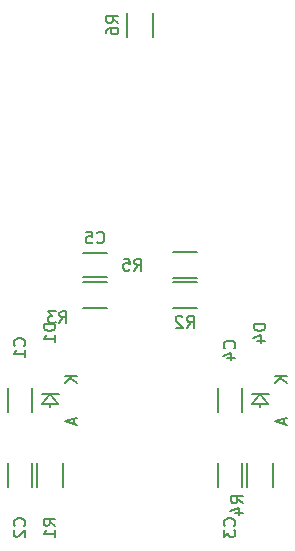
<source format=gbr>
G04 #@! TF.FileFunction,Legend,Bot*
%FSLAX46Y46*%
G04 Gerber Fmt 4.6, Leading zero omitted, Abs format (unit mm)*
G04 Created by KiCad (PCBNEW 4.0.5+dfsg1-4) date Sat Apr 22 17:13:20 2017*
%MOMM*%
%LPD*%
G01*
G04 APERTURE LIST*
%ADD10C,0.100000*%
%ADD11C,0.150000*%
G04 APERTURE END LIST*
D10*
D11*
X172990000Y-112005000D02*
X174990000Y-112005000D01*
X174990000Y-114055000D02*
X172990000Y-114055000D01*
X168665000Y-123460000D02*
X168665000Y-125460000D01*
X166615000Y-125460000D02*
X166615000Y-123460000D01*
X166615000Y-131810000D02*
X166615000Y-129810000D01*
X168665000Y-129810000D02*
X168665000Y-131810000D01*
X171255000Y-131810000D02*
X171255000Y-129810000D01*
X169105000Y-129810000D02*
X169105000Y-131810000D01*
X172990000Y-116645000D02*
X174990000Y-116645000D01*
X174990000Y-114495000D02*
X172990000Y-114495000D01*
X170180000Y-123960420D02*
X170180000Y-123810560D01*
X170180000Y-124808780D02*
X170180000Y-125009440D01*
X170180000Y-123960420D02*
X170929300Y-123960420D01*
X170180000Y-123960420D02*
X169478960Y-123960420D01*
X170180000Y-123960420D02*
X169478960Y-124808780D01*
X169478960Y-124808780D02*
X170881040Y-124808780D01*
X170881040Y-124808780D02*
X170180000Y-123960420D01*
X187960000Y-123960420D02*
X187960000Y-123810560D01*
X187960000Y-124808780D02*
X187960000Y-125009440D01*
X187960000Y-123960420D02*
X188709300Y-123960420D01*
X187960000Y-123960420D02*
X187258960Y-123960420D01*
X187960000Y-123960420D02*
X187258960Y-124808780D01*
X187258960Y-124808780D02*
X188661040Y-124808780D01*
X188661040Y-124808780D02*
X187960000Y-123960420D01*
X184395000Y-131810000D02*
X184395000Y-129810000D01*
X186445000Y-129810000D02*
X186445000Y-131810000D01*
X186445000Y-123460000D02*
X186445000Y-125460000D01*
X184395000Y-125460000D02*
X184395000Y-123460000D01*
X189035000Y-131810000D02*
X189035000Y-129810000D01*
X186885000Y-129810000D02*
X186885000Y-131810000D01*
X180610000Y-114105000D02*
X182610000Y-114105000D01*
X182610000Y-111955000D02*
X180610000Y-111955000D01*
X182610000Y-114495000D02*
X180610000Y-114495000D01*
X180610000Y-116645000D02*
X182610000Y-116645000D01*
X178875000Y-93710000D02*
X178875000Y-91710000D01*
X176725000Y-91710000D02*
X176725000Y-93710000D01*
X174156666Y-111087143D02*
X174204285Y-111134762D01*
X174347142Y-111182381D01*
X174442380Y-111182381D01*
X174585238Y-111134762D01*
X174680476Y-111039524D01*
X174728095Y-110944286D01*
X174775714Y-110753810D01*
X174775714Y-110610952D01*
X174728095Y-110420476D01*
X174680476Y-110325238D01*
X174585238Y-110230000D01*
X174442380Y-110182381D01*
X174347142Y-110182381D01*
X174204285Y-110230000D01*
X174156666Y-110277619D01*
X173251904Y-110182381D02*
X173728095Y-110182381D01*
X173775714Y-110658571D01*
X173728095Y-110610952D01*
X173632857Y-110563333D01*
X173394761Y-110563333D01*
X173299523Y-110610952D01*
X173251904Y-110658571D01*
X173204285Y-110753810D01*
X173204285Y-110991905D01*
X173251904Y-111087143D01*
X173299523Y-111134762D01*
X173394761Y-111182381D01*
X173632857Y-111182381D01*
X173728095Y-111134762D01*
X173775714Y-111087143D01*
X167997143Y-119848334D02*
X168044762Y-119800715D01*
X168092381Y-119657858D01*
X168092381Y-119562620D01*
X168044762Y-119419762D01*
X167949524Y-119324524D01*
X167854286Y-119276905D01*
X167663810Y-119229286D01*
X167520952Y-119229286D01*
X167330476Y-119276905D01*
X167235238Y-119324524D01*
X167140000Y-119419762D01*
X167092381Y-119562620D01*
X167092381Y-119657858D01*
X167140000Y-119800715D01*
X167187619Y-119848334D01*
X168092381Y-120800715D02*
X168092381Y-120229286D01*
X168092381Y-120515000D02*
X167092381Y-120515000D01*
X167235238Y-120419762D01*
X167330476Y-120324524D01*
X167378095Y-120229286D01*
X167997143Y-135088334D02*
X168044762Y-135040715D01*
X168092381Y-134897858D01*
X168092381Y-134802620D01*
X168044762Y-134659762D01*
X167949524Y-134564524D01*
X167854286Y-134516905D01*
X167663810Y-134469286D01*
X167520952Y-134469286D01*
X167330476Y-134516905D01*
X167235238Y-134564524D01*
X167140000Y-134659762D01*
X167092381Y-134802620D01*
X167092381Y-134897858D01*
X167140000Y-135040715D01*
X167187619Y-135088334D01*
X167187619Y-135469286D02*
X167140000Y-135516905D01*
X167092381Y-135612143D01*
X167092381Y-135850239D01*
X167140000Y-135945477D01*
X167187619Y-135993096D01*
X167282857Y-136040715D01*
X167378095Y-136040715D01*
X167520952Y-135993096D01*
X168092381Y-135421667D01*
X168092381Y-136040715D01*
X170632381Y-135088334D02*
X170156190Y-134755000D01*
X170632381Y-134516905D02*
X169632381Y-134516905D01*
X169632381Y-134897858D01*
X169680000Y-134993096D01*
X169727619Y-135040715D01*
X169822857Y-135088334D01*
X169965714Y-135088334D01*
X170060952Y-135040715D01*
X170108571Y-134993096D01*
X170156190Y-134897858D01*
X170156190Y-134516905D01*
X170632381Y-136040715D02*
X170632381Y-135469286D01*
X170632381Y-135755000D02*
X169632381Y-135755000D01*
X169775238Y-135659762D01*
X169870476Y-135564524D01*
X169918095Y-135469286D01*
X170981666Y-117927381D02*
X171315000Y-117451190D01*
X171553095Y-117927381D02*
X171553095Y-116927381D01*
X171172142Y-116927381D01*
X171076904Y-116975000D01*
X171029285Y-117022619D01*
X170981666Y-117117857D01*
X170981666Y-117260714D01*
X171029285Y-117355952D01*
X171076904Y-117403571D01*
X171172142Y-117451190D01*
X171553095Y-117451190D01*
X170648333Y-116927381D02*
X170029285Y-116927381D01*
X170362619Y-117308333D01*
X170219761Y-117308333D01*
X170124523Y-117355952D01*
X170076904Y-117403571D01*
X170029285Y-117498810D01*
X170029285Y-117736905D01*
X170076904Y-117832143D01*
X170124523Y-117879762D01*
X170219761Y-117927381D01*
X170505476Y-117927381D01*
X170600714Y-117879762D01*
X170648333Y-117832143D01*
X170632381Y-118006905D02*
X169632381Y-118006905D01*
X169632381Y-118245000D01*
X169680000Y-118387858D01*
X169775238Y-118483096D01*
X169870476Y-118530715D01*
X170060952Y-118578334D01*
X170203810Y-118578334D01*
X170394286Y-118530715D01*
X170489524Y-118483096D01*
X170584762Y-118387858D01*
X170632381Y-118245000D01*
X170632381Y-118006905D01*
X170632381Y-119530715D02*
X170632381Y-118959286D01*
X170632381Y-119245000D02*
X169632381Y-119245000D01*
X169775238Y-119149762D01*
X169870476Y-119054524D01*
X169918095Y-118959286D01*
X172482381Y-122398095D02*
X171482381Y-122398095D01*
X172482381Y-122969524D02*
X171910952Y-122540952D01*
X171482381Y-122969524D02*
X172053810Y-122398095D01*
X172196667Y-126021905D02*
X172196667Y-126498096D01*
X172482381Y-125926667D02*
X171482381Y-126260000D01*
X172482381Y-126593334D01*
X188412381Y-118006905D02*
X187412381Y-118006905D01*
X187412381Y-118245000D01*
X187460000Y-118387858D01*
X187555238Y-118483096D01*
X187650476Y-118530715D01*
X187840952Y-118578334D01*
X187983810Y-118578334D01*
X188174286Y-118530715D01*
X188269524Y-118483096D01*
X188364762Y-118387858D01*
X188412381Y-118245000D01*
X188412381Y-118006905D01*
X187745714Y-119435477D02*
X188412381Y-119435477D01*
X187364762Y-119197381D02*
X188079048Y-118959286D01*
X188079048Y-119578334D01*
X190262381Y-122398095D02*
X189262381Y-122398095D01*
X190262381Y-122969524D02*
X189690952Y-122540952D01*
X189262381Y-122969524D02*
X189833810Y-122398095D01*
X189976667Y-126021905D02*
X189976667Y-126498096D01*
X190262381Y-125926667D02*
X189262381Y-126260000D01*
X190262381Y-126593334D01*
X185777143Y-135088334D02*
X185824762Y-135040715D01*
X185872381Y-134897858D01*
X185872381Y-134802620D01*
X185824762Y-134659762D01*
X185729524Y-134564524D01*
X185634286Y-134516905D01*
X185443810Y-134469286D01*
X185300952Y-134469286D01*
X185110476Y-134516905D01*
X185015238Y-134564524D01*
X184920000Y-134659762D01*
X184872381Y-134802620D01*
X184872381Y-134897858D01*
X184920000Y-135040715D01*
X184967619Y-135088334D01*
X184872381Y-135421667D02*
X184872381Y-136040715D01*
X185253333Y-135707381D01*
X185253333Y-135850239D01*
X185300952Y-135945477D01*
X185348571Y-135993096D01*
X185443810Y-136040715D01*
X185681905Y-136040715D01*
X185777143Y-135993096D01*
X185824762Y-135945477D01*
X185872381Y-135850239D01*
X185872381Y-135564524D01*
X185824762Y-135469286D01*
X185777143Y-135421667D01*
X185777143Y-120059134D02*
X185824762Y-120011515D01*
X185872381Y-119868658D01*
X185872381Y-119773420D01*
X185824762Y-119630562D01*
X185729524Y-119535324D01*
X185634286Y-119487705D01*
X185443810Y-119440086D01*
X185300952Y-119440086D01*
X185110476Y-119487705D01*
X185015238Y-119535324D01*
X184920000Y-119630562D01*
X184872381Y-119773420D01*
X184872381Y-119868658D01*
X184920000Y-120011515D01*
X184967619Y-120059134D01*
X185205714Y-120916277D02*
X185872381Y-120916277D01*
X184824762Y-120678181D02*
X185539048Y-120440086D01*
X185539048Y-121059134D01*
X186507381Y-133183334D02*
X186031190Y-132850000D01*
X186507381Y-132611905D02*
X185507381Y-132611905D01*
X185507381Y-132992858D01*
X185555000Y-133088096D01*
X185602619Y-133135715D01*
X185697857Y-133183334D01*
X185840714Y-133183334D01*
X185935952Y-133135715D01*
X185983571Y-133088096D01*
X186031190Y-132992858D01*
X186031190Y-132611905D01*
X185840714Y-134040477D02*
X186507381Y-134040477D01*
X185459762Y-133802381D02*
X186174048Y-133564286D01*
X186174048Y-134183334D01*
X177331666Y-113482381D02*
X177665000Y-113006190D01*
X177903095Y-113482381D02*
X177903095Y-112482381D01*
X177522142Y-112482381D01*
X177426904Y-112530000D01*
X177379285Y-112577619D01*
X177331666Y-112672857D01*
X177331666Y-112815714D01*
X177379285Y-112910952D01*
X177426904Y-112958571D01*
X177522142Y-113006190D01*
X177903095Y-113006190D01*
X176426904Y-112482381D02*
X176903095Y-112482381D01*
X176950714Y-112958571D01*
X176903095Y-112910952D01*
X176807857Y-112863333D01*
X176569761Y-112863333D01*
X176474523Y-112910952D01*
X176426904Y-112958571D01*
X176379285Y-113053810D01*
X176379285Y-113291905D01*
X176426904Y-113387143D01*
X176474523Y-113434762D01*
X176569761Y-113482381D01*
X176807857Y-113482381D01*
X176903095Y-113434762D01*
X176950714Y-113387143D01*
X181776666Y-118322381D02*
X182110000Y-117846190D01*
X182348095Y-118322381D02*
X182348095Y-117322381D01*
X181967142Y-117322381D01*
X181871904Y-117370000D01*
X181824285Y-117417619D01*
X181776666Y-117512857D01*
X181776666Y-117655714D01*
X181824285Y-117750952D01*
X181871904Y-117798571D01*
X181967142Y-117846190D01*
X182348095Y-117846190D01*
X181395714Y-117417619D02*
X181348095Y-117370000D01*
X181252857Y-117322381D01*
X181014761Y-117322381D01*
X180919523Y-117370000D01*
X180871904Y-117417619D01*
X180824285Y-117512857D01*
X180824285Y-117608095D01*
X180871904Y-117750952D01*
X181443333Y-118322381D01*
X180824285Y-118322381D01*
X175952381Y-92543334D02*
X175476190Y-92210000D01*
X175952381Y-91971905D02*
X174952381Y-91971905D01*
X174952381Y-92352858D01*
X175000000Y-92448096D01*
X175047619Y-92495715D01*
X175142857Y-92543334D01*
X175285714Y-92543334D01*
X175380952Y-92495715D01*
X175428571Y-92448096D01*
X175476190Y-92352858D01*
X175476190Y-91971905D01*
X174952381Y-93400477D02*
X174952381Y-93210000D01*
X175000000Y-93114762D01*
X175047619Y-93067143D01*
X175190476Y-92971905D01*
X175380952Y-92924286D01*
X175761905Y-92924286D01*
X175857143Y-92971905D01*
X175904762Y-93019524D01*
X175952381Y-93114762D01*
X175952381Y-93305239D01*
X175904762Y-93400477D01*
X175857143Y-93448096D01*
X175761905Y-93495715D01*
X175523810Y-93495715D01*
X175428571Y-93448096D01*
X175380952Y-93400477D01*
X175333333Y-93305239D01*
X175333333Y-93114762D01*
X175380952Y-93019524D01*
X175428571Y-92971905D01*
X175523810Y-92924286D01*
M02*

</source>
